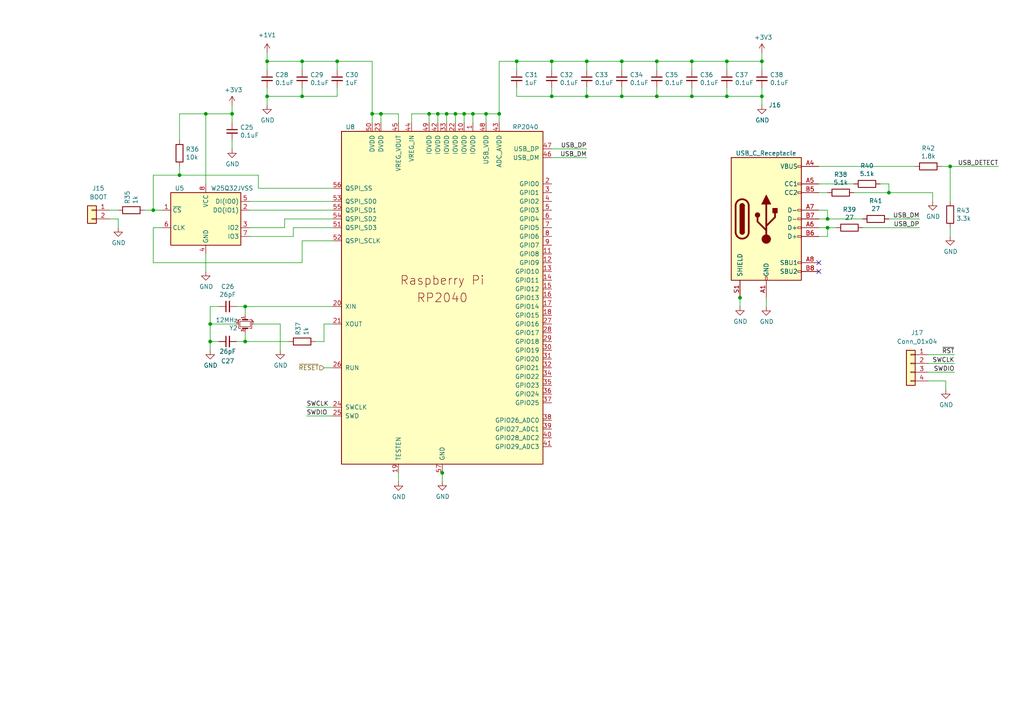
<source format=kicad_sch>
(kicad_sch (version 20210621) (generator eeschema)
  (paper "A4")
  (lib_symbols
    (symbol "Connector:USB_C_Receptacle_USB2.0" (pin_names (offset 1.016))
      (property "Reference" "J" (at -10.16 19.05 0))
      (property "Value" "USB_C_Receptacle_USB2.0" (at 19.05 19.05 0))
      (symbol "USB_C_Receptacle_USB2.0_0_0"
        (rectangle (start -0.254 -17.78) (end 0.254 -16.764))
        (rectangle (start 10.16 -14.986) (end 9.144 -15.494))
        (rectangle (start 10.16 -12.446) (end 9.144 -12.954))
        (rectangle (start 10.16 -4.826) (end 9.144 -5.334))
        (rectangle (start 10.16 -2.286) (end 9.144 -2.794))
        (rectangle (start 10.16 0.254) (end 9.144 -0.254))
        (rectangle (start 10.16 2.794) (end 9.144 2.286))
        (rectangle (start 10.16 7.874) (end 9.144 7.366))
        (rectangle (start 10.16 10.414) (end 9.144 9.906))
        (rectangle (start 10.16 15.494) (end 9.144 14.986))
      )
      (symbol "USB_C_Receptacle_USB2.0_0_1"
        (arc (start -8.89 -3.81) (end -5.08 -3.81) (radius (at -6.985 -3.81) (length 1.905) (angles -179.9 -0.1)) (stroke (width 0.508)))
        (arc (start -7.62 -3.81) (end -6.35 -3.81) (radius (at -6.985 -3.81) (length 0.635) (angles -179.9 -0.1)) (stroke (width 0.254)))
        (arc (start -6.35 3.81) (end -7.62 3.81) (radius (at -6.985 3.81) (length 0.635) (angles 0.1 179.9)) (stroke (width 0.254)))
        (arc (start -5.08 3.81) (end -8.89 3.81) (radius (at -6.985 3.81) (length 1.905) (angles 0.1 179.9)) (stroke (width 0.508)))
        (arc (start -7.62 -3.81) (end -6.35 -3.81) (radius (at -6.985 -3.81) (length 0.635) (angles -179.9 -0.1)) (stroke (width 0.254)) (fill (type outline)))
        (arc (start -6.35 3.81) (end -7.62 3.81) (radius (at -6.985 3.81) (length 0.635) (angles 0.1 179.9)) (stroke (width 0.254)) (fill (type outline)))
        (circle (center -2.54 1.143) (radius 0.635) (stroke (width 0.254)) (fill (type outline)))
        (circle (center 0 -5.842) (radius 1.27) (fill (type outline)))
        (rectangle (start -7.62 -3.81) (end -6.35 3.81) (stroke (width 0.254)) (fill (type outline)))
        (rectangle (start 1.905 1.778) (end 3.175 3.048) (stroke (width 0.254)) (fill (type outline)))
        (rectangle (start -10.16 17.78) (end 10.16 -17.78) (stroke (width 0.254)) (fill (type background)))
        (polyline (pts (xy -8.89 -3.81) (xy -8.89 3.81)) (stroke (width 0.508)))
        (polyline (pts (xy -5.08 3.81) (xy -5.08 -3.81)) (stroke (width 0.508)))
        (polyline (pts (xy 0 -5.842) (xy 0 4.318)) (stroke (width 0.508)))
        (polyline (pts (xy 0 -3.302) (xy -2.54 -0.762) (xy -2.54 0.508)) (stroke (width 0.508)))
        (polyline (pts (xy 0 -2.032) (xy 2.54 0.508) (xy 2.54 1.778)) (stroke (width 0.508)))
        (polyline (pts (xy -1.27 4.318) (xy 0 6.858) (xy 1.27 4.318) (xy -1.27 4.318)) (stroke (width 0.254)) (fill (type outline)))
      )
      (symbol "USB_C_Receptacle_USB2.0_1_1"
        (pin passive line (at 0 -22.86 90) (length 5.08) (name "GND") (number "A1"))
        (pin passive line (at 0 -22.86 90) (length 5.08) hide (name "GND") (number "A12"))
        (pin passive line (at 15.24 15.24 180) (length 5.08) (name "VBUS") (number "A4"))
        (pin bidirectional line (at 15.24 10.16 180) (length 5.08) (name "CC1") (number "A5"))
        (pin bidirectional line (at 15.24 -2.54 180) (length 5.08) (name "D+") (number "A6"))
        (pin bidirectional line (at 15.24 2.54 180) (length 5.08) (name "D-") (number "A7"))
        (pin bidirectional line (at 15.24 -12.7 180) (length 5.08) (name "SBU1") (number "A8"))
        (pin passive line (at 15.24 15.24 180) (length 5.08) hide (name "VBUS") (number "A9"))
        (pin passive line (at 0 -22.86 90) (length 5.08) hide (name "GND") (number "B1"))
        (pin passive line (at 0 -22.86 90) (length 5.08) hide (name "GND") (number "B12"))
        (pin passive line (at 15.24 15.24 180) (length 5.08) hide (name "VBUS") (number "B4"))
        (pin bidirectional line (at 15.24 7.62 180) (length 5.08) (name "CC2") (number "B5"))
        (pin bidirectional line (at 15.24 -5.08 180) (length 5.08) (name "D+") (number "B6"))
        (pin bidirectional line (at 15.24 0 180) (length 5.08) (name "D-") (number "B7"))
        (pin bidirectional line (at 15.24 -15.24 180) (length 5.08) (name "SBU2") (number "B8"))
        (pin passive line (at 15.24 15.24 180) (length 5.08) hide (name "VBUS") (number "B9"))
        (pin passive line (at -7.62 -22.86 90) (length 5.08) (name "SHIELD") (number "S1"))
      )
    )
    (symbol "Connector_Generic:Conn_01x02" (pin_names (offset 1.016) hide)
      (property "Reference" "J" (at 0 2.54 0))
      (property "Value" "Conn_01x02" (at 0 -5.08 0))
      (symbol "Conn_01x02_1_1"
        (rectangle (start -1.27 -2.413) (end 0 -2.667) (stroke (width 0.1524)))
        (rectangle (start -1.27 0.127) (end 0 -0.127) (stroke (width 0.1524)))
        (rectangle (start -1.27 1.27) (end 1.27 -3.81) (stroke (width 0.254)) (fill (type background)))
        (pin passive line (at -5.08 0 0) (length 3.81) (name "Pin_1") (number "1"))
        (pin passive line (at -5.08 -2.54 0) (length 3.81) (name "Pin_2") (number "2"))
      )
    )
    (symbol "Connector_Generic:Conn_01x04" (pin_names (offset 1.016) hide)
      (property "Reference" "J" (at 0 5.08 0))
      (property "Value" "Conn_01x04" (at 0 -7.62 0))
      (symbol "Conn_01x04_1_1"
        (rectangle (start -1.27 -4.953) (end 0 -5.207) (stroke (width 0.1524)))
        (rectangle (start -1.27 -2.413) (end 0 -2.667) (stroke (width 0.1524)))
        (rectangle (start -1.27 0.127) (end 0 -0.127) (stroke (width 0.1524)))
        (rectangle (start -1.27 2.667) (end 0 2.413) (stroke (width 0.1524)))
        (rectangle (start -1.27 3.81) (end 1.27 -6.35) (stroke (width 0.254)) (fill (type background)))
        (pin passive line (at -5.08 2.54 0) (length 3.81) (name "Pin_1") (number "1"))
        (pin passive line (at -5.08 0 0) (length 3.81) (name "Pin_2") (number "2"))
        (pin passive line (at -5.08 -2.54 0) (length 3.81) (name "Pin_3") (number "3"))
        (pin passive line (at -5.08 -5.08 0) (length 3.81) (name "Pin_4") (number "4"))
      )
    )
    (symbol "Device:C_Small" (pin_numbers hide) (pin_names (offset 0.254) hide)
      (property "Reference" "C" (at 0.254 1.778 0))
      (property "Value" "C_Small" (at 0.254 -2.032 0))
      (symbol "C_Small_0_1"
        (polyline (pts (xy -1.524 -0.508) (xy 1.524 -0.508)) (stroke (width 0.3302)))
        (polyline (pts (xy -1.524 0.508) (xy 1.524 0.508)) (stroke (width 0.3048)))
      )
      (symbol "C_Small_1_1"
        (pin passive line (at 0 2.54 270) (length 2.032) (name "~") (number "1"))
        (pin passive line (at 0 -2.54 90) (length 2.032) (name "~") (number "2"))
      )
    )
    (symbol "Device:Crystal_GND24_Small" (pin_names (offset 1.016) hide)
      (property "Reference" "Y" (at 1.27 4.445 0))
      (property "Value" "Crystal_GND24_Small" (at 1.27 2.54 0))
      (symbol "Crystal_GND24_Small_0_1"
        (rectangle (start -0.762 -1.524) (end 0.762 1.524))
        (polyline (pts (xy -1.27 -0.762) (xy -1.27 0.762)) (stroke (width 0.381)))
        (polyline (pts (xy 1.27 -0.762) (xy 1.27 0.762)) (stroke (width 0.381)))
        (polyline (pts (xy -1.27 -1.27) (xy -1.27 -1.905) (xy 1.27 -1.905) (xy 1.27 -1.27)))
        (polyline (pts (xy -1.27 1.27) (xy -1.27 1.905) (xy 1.27 1.905) (xy 1.27 1.27)))
      )
      (symbol "Crystal_GND24_Small_1_1"
        (pin passive line (at -2.54 0 0) (length 1.27) (name "1") (number "1"))
        (pin passive line (at 0 -2.54 90) (length 0.635) (name "2") (number "2"))
        (pin passive line (at 2.54 0 180) (length 1.27) (name "3") (number "3"))
        (pin passive line (at 0 2.54 270) (length 0.635) (name "4") (number "4"))
      )
    )
    (symbol "Device:R" (pin_numbers hide) (pin_names (offset 0))
      (property "Reference" "R" (at 2.032 0 90))
      (property "Value" "R" (at 0 0 90))
      (symbol "R_0_1"
        (rectangle (start -1.016 -2.54) (end 1.016 2.54) (stroke (width 0.254)))
      )
      (symbol "R_1_1"
        (pin passive line (at 0 3.81 270) (length 1.27) (name "~") (number "1"))
        (pin passive line (at 0 -3.81 90) (length 1.27) (name "~") (number "2"))
      )
    )
    (symbol "MCU_RaspberryPi_and_Boards:RP2040" (pin_names (offset 1.016))
      (property "Reference" "U" (at -29.21 49.53 0))
      (property "Value" "RP2040" (at 24.13 -49.53 0))
      (symbol "RP2040_0_0"
        (text "Raspberry Pi" (at 0 5.08 0) (effects (font (size 2.54 2.54))))
        (text "RP2040" (at 0 0 0) (effects (font (size 2.54 2.54))))
      )
      (symbol "RP2040_0_1"
        (rectangle (start 29.21 48.26) (end -29.21 -48.26) (stroke (width 0.254)) (fill (type background)))
      )
      (symbol "RP2040_1_1"
        (pin power_in line (at 8.89 50.8 270) (length 2.54) (name "IOVDD") (number "1"))
        (pin power_in line (at 6.35 50.8 270) (length 2.54) (name "IOVDD") (number "10"))
        (pin bidirectional line (at 31.75 12.7 180) (length 2.54) (name "GPIO8") (number "11"))
        (pin bidirectional line (at 31.75 10.16 180) (length 2.54) (name "GPIO9") (number "12"))
        (pin bidirectional line (at 31.75 7.62 180) (length 2.54) (name "GPIO10") (number "13"))
        (pin bidirectional line (at 31.75 5.08 180) (length 2.54) (name "GPIO11") (number "14"))
        (pin bidirectional line (at 31.75 2.54 180) (length 2.54) (name "GPIO12") (number "15"))
        (pin bidirectional line (at 31.75 0 180) (length 2.54) (name "GPIO13") (number "16"))
        (pin bidirectional line (at 31.75 -2.54 180) (length 2.54) (name "GPIO14") (number "17"))
        (pin bidirectional line (at 31.75 -5.08 180) (length 2.54) (name "GPIO15") (number "18"))
        (pin passive line (at -12.7 -50.8 90) (length 2.54) (name "TESTEN") (number "19"))
        (pin bidirectional line (at 31.75 33.02 180) (length 2.54) (name "GPIO0") (number "2"))
        (pin input line (at -31.75 -2.54 0) (length 2.54) (name "XIN") (number "20"))
        (pin passive line (at -31.75 -7.62 0) (length 2.54) (name "XOUT") (number "21"))
        (pin power_in line (at 3.81 50.8 270) (length 2.54) (name "IOVDD") (number "22"))
        (pin power_in line (at -17.78 50.8 270) (length 2.54) (name "DVDD") (number "23"))
        (pin output line (at -31.75 -31.75 0) (length 2.54) (name "SWCLK") (number "24"))
        (pin bidirectional line (at -31.75 -34.29 0) (length 2.54) (name "SWD") (number "25"))
        (pin input line (at -31.75 -20.32 0) (length 2.54) (name "RUN") (number "26"))
        (pin bidirectional line (at 31.75 -7.62 180) (length 2.54) (name "GPIO16") (number "27"))
        (pin bidirectional line (at 31.75 -10.16 180) (length 2.54) (name "GPIO17") (number "28"))
        (pin bidirectional line (at 31.75 -12.7 180) (length 2.54) (name "GPIO18") (number "29"))
        (pin bidirectional line (at 31.75 30.48 180) (length 2.54) (name "GPIO1") (number "3"))
        (pin bidirectional line (at 31.75 -15.24 180) (length 2.54) (name "GPIO19") (number "30"))
        (pin bidirectional line (at 31.75 -17.78 180) (length 2.54) (name "GPIO20") (number "31"))
        (pin bidirectional line (at 31.75 -20.32 180) (length 2.54) (name "GPIO21") (number "32"))
        (pin power_in line (at 1.27 50.8 270) (length 2.54) (name "IOVDD") (number "33"))
        (pin bidirectional line (at 31.75 -22.86 180) (length 2.54) (name "GPIO22") (number "34"))
        (pin bidirectional line (at 31.75 -25.4 180) (length 2.54) (name "GPIO23") (number "35"))
        (pin bidirectional line (at 31.75 -27.94 180) (length 2.54) (name "GPIO24") (number "36"))
        (pin bidirectional line (at 31.75 -30.48 180) (length 2.54) (name "GPIO25") (number "37"))
        (pin bidirectional line (at 31.75 -35.56 180) (length 2.54) (name "GPIO26_ADC0") (number "38"))
        (pin bidirectional line (at 31.75 -38.1 180) (length 2.54) (name "GPIO27_ADC1") (number "39"))
        (pin bidirectional line (at 31.75 27.94 180) (length 2.54) (name "GPIO2") (number "4"))
        (pin bidirectional line (at 31.75 -40.64 180) (length 2.54) (name "GPIO28_ADC2") (number "40"))
        (pin bidirectional line (at 31.75 -43.18 180) (length 2.54) (name "GPIO29_ADC3") (number "41"))
        (pin power_in line (at -1.27 50.8 270) (length 2.54) (name "IOVDD") (number "42"))
        (pin power_in line (at 16.51 50.8 270) (length 2.54) (name "ADC_AVDD") (number "43"))
        (pin power_in line (at -8.89 50.8 270) (length 2.54) (name "VREG_IN") (number "44"))
        (pin power_out line (at -12.7 50.8 270) (length 2.54) (name "VREG_VOUT") (number "45"))
        (pin bidirectional line (at 31.75 40.64 180) (length 2.54) (name "USB_DM") (number "46"))
        (pin bidirectional line (at 31.75 43.18 180) (length 2.54) (name "USB_DP") (number "47"))
        (pin power_in line (at 12.7 50.8 270) (length 2.54) (name "USB_VDD") (number "48"))
        (pin power_in line (at -3.81 50.8 270) (length 2.54) (name "IOVDD") (number "49"))
        (pin bidirectional line (at 31.75 25.4 180) (length 2.54) (name "GPIO3") (number "5"))
        (pin power_in line (at -20.32 50.8 270) (length 2.54) (name "DVDD") (number "50"))
        (pin bidirectional line (at -31.75 20.32 0) (length 2.54) (name "QSPI_SD3") (number "51"))
        (pin output line (at -31.75 16.51 0) (length 2.54) (name "QSPI_SCLK") (number "52"))
        (pin bidirectional line (at -31.75 27.94 0) (length 2.54) (name "QSPI_SD0") (number "53"))
        (pin bidirectional line (at -31.75 22.86 0) (length 2.54) (name "QSPI_SD2") (number "54"))
        (pin bidirectional line (at -31.75 25.4 0) (length 2.54) (name "QSPI_SD1") (number "55"))
        (pin bidirectional line (at -31.75 31.75 0) (length 2.54) (name "QSPI_SS") (number "56"))
        (pin power_in line (at 0 -50.8 90) (length 2.54) (name "GND") (number "57"))
        (pin bidirectional line (at 31.75 22.86 180) (length 2.54) (name "GPIO4") (number "6"))
        (pin bidirectional line (at 31.75 20.32 180) (length 2.54) (name "GPIO5") (number "7"))
        (pin bidirectional line (at 31.75 17.78 180) (length 2.54) (name "GPIO6") (number "8"))
        (pin bidirectional line (at 31.75 15.24 180) (length 2.54) (name "GPIO7") (number "9"))
      )
    )
    (symbol "Memory_Flash:W25Q32JVSS"
      (property "Reference" "U" (at -8.89 8.89 0))
      (property "Value" "W25Q32JVSS" (at 7.62 8.89 0))
      (symbol "W25Q32JVSS_0_1"
        (rectangle (start -10.16 7.62) (end 10.16 -7.62) (stroke (width 0.254)) (fill (type background)))
      )
      (symbol "W25Q32JVSS_1_1"
        (pin input line (at -12.7 2.54 0) (length 2.54) (name "~{CS}") (number "1"))
        (pin bidirectional line (at 12.7 2.54 180) (length 2.54) (name "DO(IO1)") (number "2"))
        (pin bidirectional line (at 12.7 -2.54 180) (length 2.54) (name "IO2") (number "3"))
        (pin power_in line (at 0 -10.16 90) (length 2.54) (name "GND") (number "4"))
        (pin bidirectional line (at 12.7 5.08 180) (length 2.54) (name "DI(IO0)") (number "5"))
        (pin input line (at -12.7 -2.54 0) (length 2.54) (name "CLK") (number "6"))
        (pin bidirectional line (at 12.7 -5.08 180) (length 2.54) (name "IO3") (number "7"))
        (pin power_in line (at 0 10.16 270) (length 2.54) (name "VCC") (number "8"))
      )
    )
    (symbol "power:+1V1" (power) (pin_names (offset 0))
      (property "Value" "+1V1" (at 0 3.556 0))
      (symbol "+1V1_0_1"
        (polyline (pts (xy -0.762 1.27) (xy 0 2.54)))
        (polyline (pts (xy 0 0) (xy 0 2.54)))
        (polyline (pts (xy 0 2.54) (xy 0.762 1.27)))
      )
      (symbol "+1V1_1_1"
        (pin power_in line (at 0 0 90) (length 0) hide (name "+1V1") (number "1"))
      )
    )
    (symbol "power:+3.3V" (power) (pin_names (offset 0))
      (property "Value" "+3.3V" (at 0 3.556 0))
      (symbol "+3.3V_0_1"
        (polyline (pts (xy -0.762 1.27) (xy 0 2.54)))
        (polyline (pts (xy 0 0) (xy 0 2.54)))
        (polyline (pts (xy 0 2.54) (xy 0.762 1.27)))
      )
      (symbol "+3.3V_1_1"
        (pin power_in line (at 0 0 90) (length 0) hide (name "+3V3") (number "1"))
      )
    )
    (symbol "power:GND" (power) (pin_names (offset 0))
      (property "Value" "GND" (at 0 -3.81 0))
      (symbol "GND_0_1"
        (polyline (pts (xy 0 0) (xy 0 -1.27) (xy 1.27 -1.27) (xy 0 -2.54) (xy -1.27 -1.27) (xy 0 -1.27)))
      )
      (symbol "GND_1_1"
        (pin power_in line (at 0 0 270) (length 0) hide (name "GND") (number "1"))
      )
    )
  )
  (junction (at 44.45 60.96))
  (junction (at 52.07 50.8))
  (junction (at 59.69 33.02))
  (junction (at 60.96 93.98))
  (junction (at 60.96 99.06))
  (junction (at 67.31 33.02))
  (junction (at 71.12 88.9) (diameter 0.9144))
  (junction (at 71.12 99.06))
  (junction (at 77.47 17.78))
  (junction (at 77.47 27.94))
  (junction (at 87.63 17.78) (diameter 0.9144))
  (junction (at 87.63 27.94) (diameter 0.9144))
  (junction (at 97.79 17.78))
  (junction (at 107.95 33.02))
  (junction (at 110.49 33.02))
  (junction (at 124.46 33.02))
  (junction (at 127 33.02))
  (junction (at 128.27 137.16))
  (junction (at 129.54 33.02))
  (junction (at 132.08 33.02))
  (junction (at 134.62 33.02))
  (junction (at 137.16 33.02))
  (junction (at 140.97 33.02))
  (junction (at 144.78 33.02))
  (junction (at 149.86 17.78))
  (junction (at 160.02 17.78) (diameter 0.9144))
  (junction (at 160.02 27.94))
  (junction (at 170.18 17.78) (diameter 0.9144))
  (junction (at 170.18 27.94) (diameter 0.9144))
  (junction (at 180.34 17.78) (diameter 0.9144))
  (junction (at 180.34 27.94) (diameter 0.9144))
  (junction (at 190.5 17.78) (diameter 0.9144))
  (junction (at 190.5 27.94) (diameter 0.9144))
  (junction (at 200.66 17.78) (diameter 0.9144))
  (junction (at 200.66 27.94) (diameter 0.9144))
  (junction (at 210.82 17.78) (diameter 0.9144))
  (junction (at 210.82 27.94) (diameter 0.9144))
  (junction (at 214.63 86.36))
  (junction (at 220.98 17.78))
  (junction (at 220.98 27.94) (diameter 0.9144))
  (junction (at 240.03 63.5))
  (junction (at 240.03 66.04))
  (junction (at 257.81 55.88))
  (junction (at 275.59 48.26))
  (no_connect (at 237.49 76.2))
  (no_connect (at 237.49 78.74))
  (wire (pts (xy 31.75 60.96) (xy 34.29 60.96)))
  (wire (pts (xy 34.29 63.5) (xy 31.75 63.5)))
  (wire (pts (xy 34.29 66.04) (xy 34.29 63.5)))
  (wire (pts (xy 41.91 60.96) (xy 44.45 60.96)))
  (wire (pts (xy 44.45 50.8) (xy 44.45 60.96)))
  (wire (pts (xy 44.45 60.96) (xy 46.99 60.96)))
  (wire (pts (xy 44.45 66.04) (xy 46.99 66.04)))
  (wire (pts (xy 44.45 76.2) (xy 44.45 66.04)))
  (wire (pts (xy 52.07 33.02) (xy 59.69 33.02)))
  (wire (pts (xy 52.07 40.64) (xy 52.07 33.02)))
  (wire (pts (xy 52.07 48.26) (xy 52.07 50.8)))
  (wire (pts (xy 52.07 50.8) (xy 44.45 50.8)))
  (wire (pts (xy 59.69 33.02) (xy 67.31 33.02)))
  (wire (pts (xy 59.69 53.34) (xy 59.69 33.02)))
  (wire (pts (xy 59.69 73.66) (xy 59.69 78.74)))
  (wire (pts (xy 60.96 88.9) (xy 60.96 93.98)))
  (wire (pts (xy 60.96 88.9) (xy 63.5 88.9)))
  (wire (pts (xy 60.96 93.98) (xy 60.96 99.06)))
  (wire (pts (xy 60.96 93.98) (xy 68.58 93.98)))
  (wire (pts (xy 60.96 99.06) (xy 60.96 101.6)))
  (wire (pts (xy 60.96 99.06) (xy 63.5 99.06)))
  (wire (pts (xy 67.31 30.48) (xy 67.31 33.02)))
  (wire (pts (xy 67.31 33.02) (xy 67.31 35.56)))
  (wire (pts (xy 67.31 40.64) (xy 67.31 43.18)))
  (wire (pts (xy 68.58 88.9) (xy 71.12 88.9)))
  (wire (pts (xy 68.58 99.06) (xy 71.12 99.06)))
  (wire (pts (xy 71.12 88.9) (xy 71.12 91.44)))
  (wire (pts (xy 71.12 88.9) (xy 96.52 88.9)))
  (wire (pts (xy 71.12 96.52) (xy 71.12 99.06)))
  (wire (pts (xy 71.12 99.06) (xy 83.82 99.06)))
  (wire (pts (xy 72.39 58.42) (xy 96.52 58.42)))
  (wire (pts (xy 72.39 60.96) (xy 96.52 60.96)))
  (wire (pts (xy 72.39 68.58) (xy 85.09 68.58)))
  (wire (pts (xy 74.93 50.8) (xy 52.07 50.8)))
  (wire (pts (xy 74.93 54.61) (xy 74.93 50.8)))
  (wire (pts (xy 77.47 15.24) (xy 77.47 17.78)))
  (wire (pts (xy 77.47 17.78) (xy 77.47 20.32)))
  (wire (pts (xy 77.47 17.78) (xy 87.63 17.78)))
  (wire (pts (xy 77.47 25.4) (xy 77.47 27.94)))
  (wire (pts (xy 77.47 27.94) (xy 77.47 30.48)))
  (wire (pts (xy 81.28 93.98) (xy 73.66 93.98)))
  (wire (pts (xy 81.28 101.6) (xy 81.28 93.98)))
  (wire (pts (xy 82.55 63.5) (xy 82.55 66.04)))
  (wire (pts (xy 82.55 66.04) (xy 72.39 66.04)))
  (wire (pts (xy 85.09 66.04) (xy 96.52 66.04)))
  (wire (pts (xy 85.09 68.58) (xy 85.09 66.04)))
  (wire (pts (xy 87.63 17.78) (xy 87.63 20.32)))
  (wire (pts (xy 87.63 17.78) (xy 97.79 17.78)))
  (wire (pts (xy 87.63 25.4) (xy 87.63 27.94)))
  (wire (pts (xy 87.63 27.94) (xy 77.47 27.94)))
  (wire (pts (xy 87.63 69.85) (xy 87.63 76.2)))
  (wire (pts (xy 87.63 76.2) (xy 44.45 76.2)))
  (wire (pts (xy 93.98 93.98) (xy 93.98 99.06)))
  (wire (pts (xy 93.98 99.06) (xy 91.44 99.06)))
  (wire (pts (xy 93.98 106.68) (xy 96.52 106.68)))
  (wire (pts (xy 96.52 54.61) (xy 74.93 54.61)))
  (wire (pts (xy 96.52 63.5) (xy 82.55 63.5)))
  (wire (pts (xy 96.52 69.85) (xy 87.63 69.85)))
  (wire (pts (xy 96.52 93.98) (xy 93.98 93.98)))
  (wire (pts (xy 96.52 118.11) (xy 88.9 118.11)))
  (wire (pts (xy 96.52 120.65) (xy 88.9 120.65)))
  (wire (pts (xy 97.79 17.78) (xy 97.79 20.32)))
  (wire (pts (xy 97.79 25.4) (xy 97.79 27.94)))
  (wire (pts (xy 97.79 27.94) (xy 87.63 27.94)))
  (wire (pts (xy 107.95 17.78) (xy 97.79 17.78)))
  (wire (pts (xy 107.95 33.02) (xy 107.95 17.78)))
  (wire (pts (xy 107.95 33.02) (xy 107.95 35.56)))
  (wire (pts (xy 110.49 33.02) (xy 107.95 33.02)))
  (wire (pts (xy 110.49 33.02) (xy 110.49 35.56)))
  (wire (pts (xy 115.57 33.02) (xy 110.49 33.02)))
  (wire (pts (xy 115.57 35.56) (xy 115.57 33.02)))
  (wire (pts (xy 115.57 139.7) (xy 115.57 137.16)))
  (wire (pts (xy 119.38 33.02) (xy 124.46 33.02)))
  (wire (pts (xy 119.38 35.56) (xy 119.38 33.02)))
  (wire (pts (xy 124.46 33.02) (xy 124.46 35.56)))
  (wire (pts (xy 124.46 33.02) (xy 127 33.02)))
  (wire (pts (xy 127 33.02) (xy 127 35.56)))
  (wire (pts (xy 127 33.02) (xy 129.54 33.02)))
  (wire (pts (xy 128.27 137.16) (xy 128.27 137.0915)))
  (wire (pts (xy 128.27 139.6315) (xy 128.27 137.16)))
  (wire (pts (xy 129.54 33.02) (xy 129.54 35.56)))
  (wire (pts (xy 129.54 33.02) (xy 132.08 33.02)))
  (wire (pts (xy 132.08 33.02) (xy 132.08 35.56)))
  (wire (pts (xy 132.08 33.02) (xy 134.62 33.02)))
  (wire (pts (xy 134.62 33.02) (xy 134.62 35.56)))
  (wire (pts (xy 134.62 33.02) (xy 137.16 33.02)))
  (wire (pts (xy 137.16 33.02) (xy 137.16 35.56)))
  (wire (pts (xy 137.16 33.02) (xy 140.97 33.02)))
  (wire (pts (xy 140.97 33.02) (xy 140.97 35.56)))
  (wire (pts (xy 140.97 33.02) (xy 144.78 33.02)))
  (wire (pts (xy 144.78 17.78) (xy 149.86 17.78)))
  (wire (pts (xy 144.78 33.02) (xy 144.78 17.78)))
  (wire (pts (xy 144.78 35.56) (xy 144.78 33.02)))
  (wire (pts (xy 149.86 17.78) (xy 149.86 20.32)))
  (wire (pts (xy 149.86 17.78) (xy 160.02 17.78)))
  (wire (pts (xy 149.86 25.4) (xy 149.86 27.94)))
  (wire (pts (xy 149.86 27.94) (xy 160.02 27.94)))
  (wire (pts (xy 160.02 17.78) (xy 160.02 20.32)))
  (wire (pts (xy 160.02 17.78) (xy 170.18 17.78)))
  (wire (pts (xy 160.02 25.4) (xy 160.02 27.94)))
  (wire (pts (xy 160.02 43.18) (xy 170.18 43.18)))
  (wire (pts (xy 160.02 45.72) (xy 170.18 45.72)))
  (wire (pts (xy 170.18 17.78) (xy 170.18 20.32)))
  (wire (pts (xy 170.18 17.78) (xy 180.34 17.78)))
  (wire (pts (xy 170.18 25.4) (xy 170.18 27.94)))
  (wire (pts (xy 170.18 27.94) (xy 160.02 27.94)))
  (wire (pts (xy 180.34 17.78) (xy 180.34 20.32)))
  (wire (pts (xy 180.34 17.78) (xy 190.5 17.78)))
  (wire (pts (xy 180.34 25.4) (xy 180.34 27.94)))
  (wire (pts (xy 180.34 27.94) (xy 170.18 27.94)))
  (wire (pts (xy 190.5 17.78) (xy 190.5 20.32)))
  (wire (pts (xy 190.5 17.78) (xy 200.66 17.78)))
  (wire (pts (xy 190.5 25.4) (xy 190.5 27.94)))
  (wire (pts (xy 190.5 27.94) (xy 180.34 27.94)))
  (wire (pts (xy 200.66 17.78) (xy 200.66 20.32)))
  (wire (pts (xy 200.66 17.78) (xy 210.82 17.78)))
  (wire (pts (xy 200.66 25.4) (xy 200.66 27.94)))
  (wire (pts (xy 200.66 27.94) (xy 190.5 27.94)))
  (wire (pts (xy 210.82 17.78) (xy 210.82 20.32)))
  (wire (pts (xy 210.82 17.78) (xy 220.98 17.78)))
  (wire (pts (xy 210.82 25.4) (xy 210.82 27.94)))
  (wire (pts (xy 210.82 27.94) (xy 200.66 27.94)))
  (wire (pts (xy 214.63 86.3193) (xy 214.63 86.36)))
  (wire (pts (xy 214.63 86.36) (xy 214.63 88.8593)))
  (wire (pts (xy 220.98 15.24) (xy 220.98 17.78)))
  (wire (pts (xy 220.98 17.78) (xy 220.98 20.32)))
  (wire (pts (xy 220.98 25.4) (xy 220.98 27.94)))
  (wire (pts (xy 220.98 27.94) (xy 210.82 27.94)))
  (wire (pts (xy 220.98 27.94) (xy 220.98 30.48)))
  (wire (pts (xy 222.25 86.36) (xy 222.25 88.9)))
  (wire (pts (xy 237.49 48.26) (xy 265.43 48.26)))
  (wire (pts (xy 237.49 53.34) (xy 247.65 53.34)))
  (wire (pts (xy 237.49 55.88) (xy 240.03 55.88)))
  (wire (pts (xy 237.49 60.96) (xy 240.03 60.96)))
  (wire (pts (xy 237.49 63.5) (xy 240.03 63.5)))
  (wire (pts (xy 237.49 66.04) (xy 240.03 66.04)))
  (wire (pts (xy 237.49 68.58) (xy 240.03 68.58)))
  (wire (pts (xy 240.03 60.96) (xy 240.03 63.5)))
  (wire (pts (xy 240.03 66.04) (xy 242.57 66.04)))
  (wire (pts (xy 240.03 68.58) (xy 240.03 66.04)))
  (wire (pts (xy 247.65 55.88) (xy 257.81 55.88)))
  (wire (pts (xy 250.19 63.5) (xy 240.03 63.5)))
  (wire (pts (xy 250.19 66.04) (xy 266.7 66.04)))
  (wire (pts (xy 255.27 53.34) (xy 257.81 53.34)))
  (wire (pts (xy 257.81 53.34) (xy 257.81 55.88)))
  (wire (pts (xy 257.81 55.88) (xy 270.51 55.88)))
  (wire (pts (xy 257.81 63.5) (xy 266.7 63.5)))
  (wire (pts (xy 269.24 105.41) (xy 276.86 105.41)))
  (wire (pts (xy 269.24 107.95) (xy 276.86 107.95)))
  (wire (pts (xy 270.51 58.42) (xy 270.51 55.88)))
  (wire (pts (xy 273.05 48.26) (xy 275.59 48.26)))
  (wire (pts (xy 274.32 110.49) (xy 269.24 110.49)))
  (wire (pts (xy 274.32 113.03) (xy 274.32 110.49)))
  (wire (pts (xy 275.59 48.26) (xy 289.56 48.26)))
  (wire (pts (xy 275.59 58.42) (xy 275.59 48.26)))
  (wire (pts (xy 275.59 66.04) (xy 275.59 68.58)))
  (wire (pts (xy 276.86 102.87) (xy 269.24 102.87)))
  (label "SWCLK" (at 88.9 118.11 0))
  (label "SWDIO" (at 88.9 120.65 0))
  (label "USB_DP" (at 170.18 43.18 180))
  (label "USB_DM" (at 170.18 45.72 180))
  (label "USB_DM" (at 266.7 63.5 180))
  (label "USB_DP" (at 266.7 66.04 180))
  (label "~{RST}" (at 276.86 102.87 180))
  (label "SWCLK" (at 276.86 105.41 180))
  (label "SWDIO" (at 276.86 107.95 180))
  (label "USB_DETECT" (at 289.56 48.26 180))
  (hierarchical_label "~{RESET}" (shape input) (at 93.98 106.68 180))
  (symbol (lib_id "power:+3.3V") (at 67.31 30.48 0) (unit 1)
    (property "Reference" "#PWR0187" (effects hide))
    (property "Value" "+3.3V" (at 67.691 26.0858 0))
  )
  (symbol (lib_id "power:+1V1") (at 77.47 15.24 0) (unit 1)
    (property "Reference" "#PWR0188" (effects hide))
    (property "Value" "+1V1" (at 77.47 10.16 0))
  )
  (symbol (lib_id "power:+3.3V") (at 220.98 15.24 0) (unit 1)
    (property "Reference" "#PWR0190" (effects hide))
    (property "Value" "+3.3V" (at 221.361 10.8458 0))
  )
  (symbol (lib_id "power:GND") (at 34.29 66.04 0) (unit 1)
    (property "Reference" "#PWR0181" (effects hide))
    (property "Value" "GND" (at 34.417 70.4342 0))
  )
  (symbol (lib_id "power:GND") (at 59.69 78.74 0) (unit 1)
    (property "Reference" "#PWR0182" (effects hide))
    (property "Value" "GND" (at 59.817 83.1342 0))
  )
  (symbol (lib_id "power:GND") (at 60.96 101.6 0) (unit 1)
    (property "Reference" "#PWR0184" (effects hide))
    (property "Value" "GND" (at 61.087 105.9942 0))
  )
  (symbol (lib_id "power:GND") (at 67.31 43.18 0) (unit 1)
    (property "Reference" "#PWR0179" (effects hide))
    (property "Value" "GND" (at 67.437 47.5742 0))
  )
  (symbol (lib_id "power:GND") (at 77.47 30.48 0) (unit 1)
    (property "Reference" "#PWR0180" (effects hide))
    (property "Value" "GND" (at 77.597 34.8742 0))
  )
  (symbol (lib_id "power:GND") (at 81.28 101.6 0) (unit 1)
    (property "Reference" "#PWR0183" (effects hide))
    (property "Value" "GND" (at 81.407 105.9942 0))
  )
  (symbol (lib_id "power:GND") (at 115.57 139.7 0) (unit 1)
    (property "Reference" "#PWR0186" (effects hide))
    (property "Value" "GND" (at 115.697 144.0942 0))
  )
  (symbol (lib_id "power:GND") (at 128.27 139.6315 0) (unit 1)
    (property "Reference" "#PWR0185" (effects hide))
    (property "Value" "GND" (at 128.397 144.0257 0))
  )
  (symbol (lib_id "power:GND") (at 214.63 88.8593 0) (unit 1)
    (property "Reference" "#PWR0192" (effects hide))
    (property "Value" "GND" (at 214.757 93.2535 0))
  )
  (symbol (lib_id "power:GND") (at 220.98 30.48 0) (unit 1)
    (property "Reference" "#PWR0189" (effects hide))
    (property "Value" "GND" (at 221.107 34.8742 0))
  )
  (symbol (lib_id "power:GND") (at 222.25 88.9 0) (unit 1)
    (property "Reference" "#PWR0193" (effects hide))
    (property "Value" "GND" (at 222.377 93.2942 0))
  )
  (symbol (lib_id "power:GND") (at 270.51 58.42 0) (unit 1)
    (property "Reference" "#PWR0214" (effects hide))
    (property "Value" "GND" (at 270.637 62.8142 0))
  )
  (symbol (lib_id "power:GND") (at 274.32 113.03 0) (unit 1)
    (property "Reference" "#PWR0191" (effects hide))
    (property "Value" "GND" (at 274.447 117.4242 0))
  )
  (symbol (lib_id "power:GND") (at 275.59 68.58 0) (unit 1)
    (property "Reference" "#PWR0194" (effects hide))
    (property "Value" "GND" (at 275.717 72.9742 0))
  )
  (symbol (lib_id "Device:C_Small") (at 66.04 88.9 90) (unit 1)
    (property "Reference" "C26" (at 66.04 83.1277 90))
    (property "Value" "26pF" (at 66.04 85.426 90))
    (property "Footprint" "Capacitor_SMD:C_0603_1608Metric" (effects hide))
    (property "Mouser" "581-06035A270J" (effects hide))
    (property "Part Name" "AVX 06035A270JAT2A" (effects hide))
  )
  (symbol (lib_id "Device:C_Small") (at 66.04 99.06 90) (unit 1)
    (property "Reference" "C27" (at 66.04 104.7177 90))
    (property "Value" "26pF" (at 66.04 101.936 90))
    (property "Footprint" "Capacitor_SMD:C_0603_1608Metric" (effects hide))
    (property "Mouser" "581-06035A270J" (effects hide))
    (property "Part Name" "AVX 06035A270JAT2A" (effects hide))
  )
  (symbol (lib_id "Device:C_Small") (at 67.31 38.1 0) (unit 1)
    (property "Reference" "C25" (at 69.6342 36.9506 0) (effects (justify left)))
    (property "Value" "0.1uF" (at 69.634 39.2496 0) (effects (justify left)))
    (property "Footprint" "Capacitor_SMD:C_0603_1608Metric" (effects hide))
    (property "Mouser" "581-06033C104KAT4A" (effects hide))
    (property "Part Name" "AVX 06033C104KAT4A" (effects hide))
  )
  (symbol (lib_id "Device:C_Small") (at 77.47 22.86 0) (unit 1)
    (property "Reference" "C28" (at 79.7942 21.7106 0) (effects (justify left)))
    (property "Value" "0.1uF" (at 79.794 24.0096 0) (effects (justify left)))
    (property "Footprint" "Capacitor_SMD:C_0603_1608Metric" (effects hide))
    (property "Mouser" "581-06033C104KAT4A" (effects hide))
    (property "Part Name" "AVX 06033C104KAT4A" (effects hide))
  )
  (symbol (lib_id "Device:C_Small") (at 87.63 22.86 0) (unit 1)
    (property "Reference" "C29" (at 89.9542 21.7106 0) (effects (justify left)))
    (property "Value" "0.1uF" (at 89.954 24.0096 0) (effects (justify left)))
    (property "Footprint" "Capacitor_SMD:C_0603_1608Metric" (effects hide))
    (property "Mouser" "581-06033C104KAT4A" (effects hide))
    (property "Part Name" "AVX 06033C104KAT4A" (effects hide))
  )
  (symbol (lib_id "Device:C_Small") (at 97.79 22.86 0) (unit 1)
    (property "Reference" "C30" (at 100.1142 21.7106 0) (effects (justify left)))
    (property "Value" "1uF" (at 100.114 24.0096 0) (effects (justify left)))
    (property "Footprint" "Capacitor_SMD:C_0603_1608Metric" (effects hide))
    (property "Mouser" "581-06033C104KAT4A" (effects hide))
    (property "Part Name" "AVX 06033C104KAT4A" (effects hide))
  )
  (symbol (lib_id "Device:C_Small") (at 149.86 22.86 0) (unit 1)
    (property "Reference" "C31" (at 152.1842 21.7106 0) (effects (justify left)))
    (property "Value" "1uF" (at 152.184 24.0096 0) (effects (justify left)))
    (property "Footprint" "Capacitor_SMD:C_0603_1608Metric" (effects hide))
    (property "Mouser" "581-06033C104KAT4A" (effects hide))
    (property "Part Name" "AVX 06033C104KAT4A" (effects hide))
  )
  (symbol (lib_id "Device:C_Small") (at 160.02 22.86 0) (unit 1)
    (property "Reference" "C32" (at 162.3442 21.7106 0) (effects (justify left)))
    (property "Value" "0.1uF" (at 162.344 24.0096 0) (effects (justify left)))
    (property "Footprint" "Capacitor_SMD:C_0603_1608Metric" (effects hide))
    (property "Mouser" "581-06033C104KAT4A" (effects hide))
    (property "Part Name" "AVX 06033C104KAT4A" (effects hide))
  )
  (symbol (lib_id "Device:C_Small") (at 170.18 22.86 0) (unit 1)
    (property "Reference" "C33" (at 172.5042 21.7106 0) (effects (justify left)))
    (property "Value" "0.1uF" (at 172.504 24.0096 0) (effects (justify left)))
    (property "Footprint" "Capacitor_SMD:C_0603_1608Metric" (effects hide))
    (property "Mouser" "581-06033C104KAT4A" (effects hide))
    (property "Part Name" "AVX 06033C104KAT4A" (effects hide))
  )
  (symbol (lib_id "Device:C_Small") (at 180.34 22.86 0) (unit 1)
    (property "Reference" "C34" (at 182.6642 21.7106 0) (effects (justify left)))
    (property "Value" "0.1uF" (at 182.664 24.0096 0) (effects (justify left)))
    (property "Footprint" "Capacitor_SMD:C_0603_1608Metric" (effects hide))
    (property "Mouser" "581-06033C104KAT4A" (effects hide))
    (property "Part Name" "AVX 06033C104KAT4A" (effects hide))
  )
  (symbol (lib_id "Device:C_Small") (at 190.5 22.86 0) (unit 1)
    (property "Reference" "C35" (at 192.8242 21.7106 0) (effects (justify left)))
    (property "Value" "0.1uF" (at 192.824 24.0096 0) (effects (justify left)))
    (property "Footprint" "Capacitor_SMD:C_0603_1608Metric" (effects hide))
    (property "Mouser" "581-06033C104KAT4A" (effects hide))
    (property "Part Name" "AVX 06033C104KAT4A" (effects hide))
  )
  (symbol (lib_id "Device:C_Small") (at 200.66 22.86 0) (unit 1)
    (property "Reference" "C36" (at 202.9842 21.7106 0) (effects (justify left)))
    (property "Value" "0.1uF" (at 202.984 24.0096 0) (effects (justify left)))
    (property "Footprint" "Capacitor_SMD:C_0603_1608Metric" (effects hide))
    (property "Mouser" "581-06033C104KAT4A" (effects hide))
    (property "Part Name" "AVX 06033C104KAT4A" (effects hide))
  )
  (symbol (lib_id "Device:C_Small") (at 210.82 22.86 0) (unit 1)
    (property "Reference" "C37" (at 213.1442 21.7106 0) (effects (justify left)))
    (property "Value" "0.1uF" (at 213.144 24.0096 0) (effects (justify left)))
    (property "Footprint" "Capacitor_SMD:C_0603_1608Metric" (effects hide))
    (property "Mouser" "581-06033C104KAT4A" (effects hide))
    (property "Part Name" "AVX 06033C104KAT4A" (effects hide))
  )
  (symbol (lib_id "Device:C_Small") (at 220.98 22.86 0) (unit 1)
    (property "Reference" "C38" (at 223.3042 21.7106 0) (effects (justify left)))
    (property "Value" "0.1uF" (at 223.304 24.0096 0) (effects (justify left)))
    (property "Footprint" "Capacitor_SMD:C_0603_1608Metric" (effects hide))
    (property "Mouser" "581-06033C104KAT4A" (effects hide))
    (property "Part Name" "AVX 06033C104KAT4A" (effects hide))
  )
  (symbol (lib_id "Device:R") (at 38.1 60.96 90) (unit 1)
    (property "Reference" "R35" (at 36.9506 59.1819 0) (effects (justify left)))
    (property "Value" "1k" (at 39.249 59.182 0) (effects (justify left)))
    (property "Footprint" "Resistor_SMD:R_0603_1608Metric" (effects hide))
    (property "Mouser" "652-CR0603FX-1002ELF" (effects hide))
    (property "Part Name" "Bourns CR0603-FX-1002ELF" (effects hide))
  )
  (symbol (lib_id "Device:R") (at 52.07 44.45 0) (unit 1)
    (property "Reference" "R36" (at 53.8481 43.3006 0) (effects (justify left)))
    (property "Value" "10k" (at 53.848 45.599 0) (effects (justify left)))
    (property "Footprint" "Resistor_SMD:R_0603_1608Metric" (effects hide))
    (property "Mouser" "652-CR0603FX-1002ELF" (effects hide))
    (property "Part Name" "Bourns CR0603-FX-1002ELF" (effects hide))
  )
  (symbol (lib_id "Device:R") (at 87.63 99.06 90) (unit 1)
    (property "Reference" "R37" (at 86.4806 97.2819 0) (effects (justify left)))
    (property "Value" "1k" (at 88.779 97.282 0) (effects (justify left)))
    (property "Footprint" "Resistor_SMD:R_0603_1608Metric" (effects hide))
    (property "Mouser" "652-CR0603FX-1002ELF" (effects hide))
    (property "Part Name" "Bourns CR0603-FX-1002ELF" (effects hide))
  )
  (symbol (lib_id "Device:R") (at 243.84 55.88 270) (unit 1)
    (property "Reference" "R38" (at 243.84 50.6222 90))
    (property "Value" "5.1k" (at 243.84 52.9336 90))
    (property "Footprint" "Resistor_SMD:R_0603_1608Metric" (effects hide))
  )
  (symbol (lib_id "Device:R") (at 246.38 66.04 270) (unit 1)
    (property "Reference" "R39" (at 246.38 60.7822 90))
    (property "Value" "27" (at 246.38 63.0936 90))
    (property "Footprint" "Resistor_SMD:R_0603_1608Metric" (effects hide))
  )
  (symbol (lib_id "Device:R") (at 251.46 53.34 270) (unit 1)
    (property "Reference" "R40" (at 251.46 48.0822 90))
    (property "Value" "5.1k" (at 251.46 50.3936 90))
    (property "Footprint" "Resistor_SMD:R_0603_1608Metric" (effects hide))
  )
  (symbol (lib_id "Device:R") (at 254 63.5 270) (unit 1)
    (property "Reference" "R41" (at 254 58.2422 90))
    (property "Value" "27" (at 254 60.5536 90))
    (property "Footprint" "Resistor_SMD:R_0603_1608Metric" (effects hide))
  )
  (symbol (lib_id "Device:R") (at 269.24 48.26 270) (unit 1)
    (property "Reference" "R42" (at 269.24 43.0022 90))
    (property "Value" "1.8k" (at 269.24 45.3136 90))
    (property "Footprint" "Resistor_SMD:R_0603_1608Metric" (effects hide))
  )
  (symbol (lib_id "Device:R") (at 275.59 62.23 0) (unit 1)
    (property "Reference" "R43" (at 277.368 61.0616 0) (effects (justify left)))
    (property "Value" "3.3k" (at 277.368 63.373 0) (effects (justify left)))
    (property "Footprint" "Resistor_SMD:R_0603_1608Metric" (effects hide))
  )
  (symbol (lib_id "Device:Crystal_GND24_Small") (at 71.12 93.98 270) (unit 1)
    (property "Reference" "Y2" (at 68.9609 95.1294 90) (effects (justify right)))
    (property "Value" "12MHz" (at 68.961 92.831 90) (effects (justify right)))
    (property "Footprint" "Crystal:Crystal_SMD_EuroQuartz_MT-4Pin_3.2x2.5mm" (effects hide))
    (property "Mouser" "774-ATS080BSM-1" (effects hide))
    (property "Part Name" "CTS ATS080BSM-1" (effects hide))
  )
  (symbol (lib_id "Connector_Generic:Conn_01x02") (at 26.67 60.96 0) (mirror y) (unit 1)
    (property "Reference" "J15" (at 28.5115 54.61 0))
    (property "Value" "BOOT" (at 28.5115 57.15 0))
    (property "Footprint" "Connector_PinHeader_2.54mm:PinHeader_1x02_P2.54mm_Vertical" (effects hide))
  )
  (symbol (lib_id "Connector_Generic:Conn_01x04") (at 264.16 105.41 0) (mirror y) (unit 1)
    (property "Reference" "J17" (at 266.0015 96.52 0))
    (property "Value" "Conn_01x04" (at 266.0015 99.06 0))
    (property "Footprint" "Connector_PinHeader_2.54mm:PinHeader_1x04_P2.54mm_Vertical" (effects hide))
  )
  (symbol (lib_id "Memory_Flash:W25Q32JVSS") (at 59.69 63.5 0) (unit 1)
    (property "Reference" "U5" (at 52.07 54.61 0))
    (property "Value" "W25Q32JVSS" (at 67.31 54.61 0))
    (property "Footprint" "Package_SO:SOIC-8_5.23x5.23mm_P1.27mm" (effects hide))
    (property "Datasheet" "http://www.winbond.com/resource-files/w25q32jv%20revg%2003272018%20plus.pdf" (effects hide))
  )
  (symbol (lib_id "Connector:USB_C_Receptacle_USB2.0") (at 222.25 63.5 0) (unit 1)
    (property "Reference" "J16" (at 224.7265 30.48 0))
    (property "Value" "USB_C_Receptacle" (at 222.1865 44.45 0))
    (property "Footprint" "Connector_USB:USB_C_Receptacle_HRO_TYPE-C-31-M-12" (effects hide))
    (property "Datasheet" "https://www.usb.org/sites/default/files/documents/usb_type-c.zip" (effects hide))
  )
  (symbol (lib_id "MCU_RaspberryPi_and_Boards:RP2040") (at 128.27 86.36 0) (unit 1)
    (property "Reference" "U8" (at 101.6 36.83 0))
    (property "Value" "RP2040" (at 152.4 36.83 0))
    (property "Footprint" "MCU_RaspberryPi_and_Boards:RP2040-QFN-56" (effects hide))
  )
)
</source>
